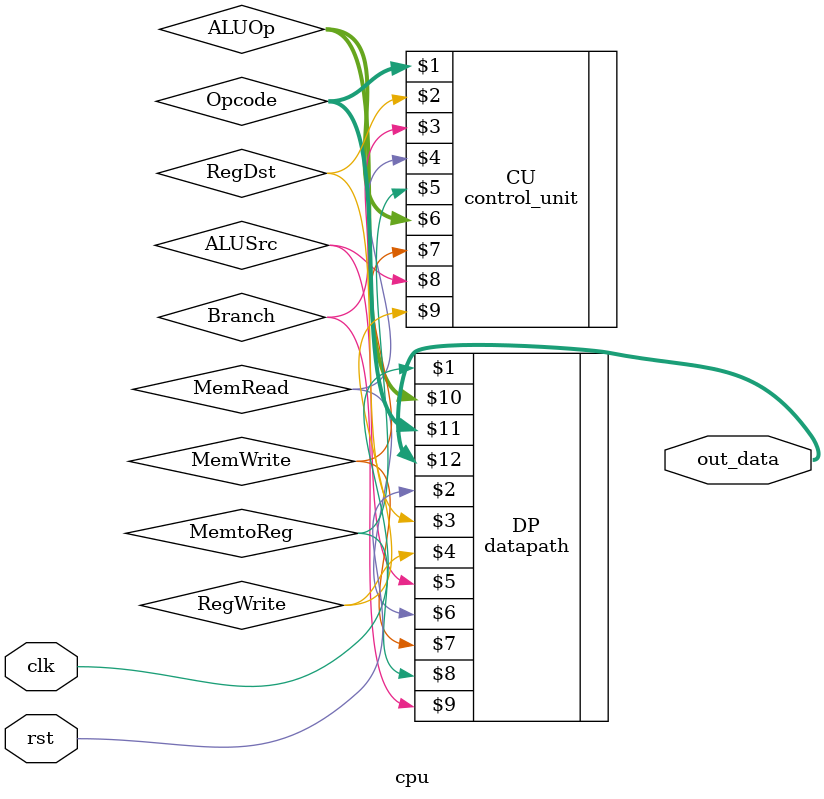
<source format=v>
module cpu(clk, rst, out_data);//,  ALU_result, mux_32_out, rd_data1, rd_data2, signExtend_out, PC_out, Instructions);
	
	input clk;
	input rst;
	
	output [31:0] out_data;
	
	
/*
	output [31:0] ALU_result; // For debug
	output [31:0] mux_32_out;
	output [31:0] rd_data1;
	output [31:0] rd_data2;
	output [31:0] signExtend_out;
	output [31:0] PC_out;
	output [31:0] Instructions;
	*/
	//Signal Declarations:
	
	wire RegDst;
	wire RegWrite;
	wire ALUSrc;
	wire MemRead;
	wire MemWrite;
	wire MemtoReg;
	wire Branch;
	wire [1:0] ALUOp;
	wire [5:0] Opcode;
	wire [31:0] out_data;
	
	
	// Instantiations
	
	datapath DP(clk, rst, RegDst, RegWrite, ALUSrc, MemRead, MemWrite, MemtoReg, Branch, ALUOp, Opcode, out_data);//,  ALU_result, mux_32_out, rd_data1, rd_data2, signExtend_out, PC_out, Instructions);
	
	control_unit CU(Opcode, RegDst, Branch, MemRead, MemtoReg, ALUOp, MemWrite, ALUSrc, RegWrite);
	
	
	
endmodule
</source>
